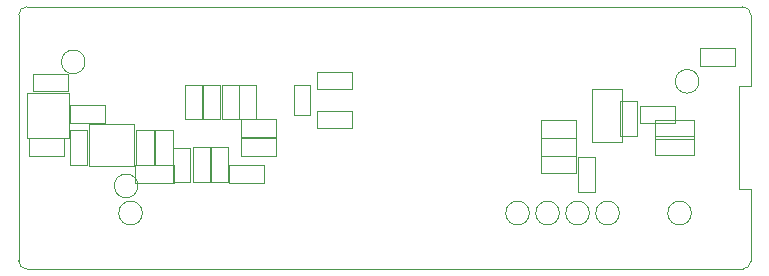
<source format=gbr>
%TF.GenerationSoftware,KiCad,Pcbnew,(5.1.5)-3*%
%TF.CreationDate,2020-07-06T18:35:22-07:00*%
%TF.ProjectId,UPduino_v3.0,55506475-696e-46f5-9f76-332e302e6b69,3.0*%
%TF.SameCoordinates,Original*%
%TF.FileFunction,Other,User*%
%FSLAX46Y46*%
G04 Gerber Fmt 4.6, Leading zero omitted, Abs format (unit mm)*
G04 Created by KiCad (PCBNEW (5.1.5)-3) date 2020-07-06 18:35:22*
%MOMM*%
%LPD*%
G04 APERTURE LIST*
%ADD10C,0.050000*%
G04 APERTURE END LIST*
D10*
X100000000Y-78480000D02*
G75*
G02X100700000Y-77780000I700000J0D01*
G01*
X161300000Y-77780000D02*
G75*
G02X162000000Y-78480000I0J-700000D01*
G01*
X162000000Y-99300000D02*
G75*
G02X161300000Y-100000000I-700000J0D01*
G01*
X100700000Y-100000000D02*
G75*
G02X100000000Y-99300000I0J700000D01*
G01*
X162000000Y-93200000D02*
X161000000Y-93200000D01*
X162000000Y-84500000D02*
X161000000Y-84500000D01*
X161000000Y-93200000D02*
X161000000Y-84500000D01*
X162000000Y-99300000D02*
X162000000Y-93200000D01*
X100000000Y-78480000D02*
X100000000Y-99300000D01*
X161300000Y-77780000D02*
X100700000Y-77780000D01*
X162000000Y-84500000D02*
X162000000Y-78480000D01*
X100700000Y-100000000D02*
X161300000Y-100000000D01*
X124688600Y-86940400D02*
X124688600Y-84440400D01*
X124688600Y-84440400D02*
X123288600Y-84440400D01*
X123288600Y-84440400D02*
X123288600Y-86940400D01*
X123288600Y-86940400D02*
X124688600Y-86940400D01*
X152620000Y-87630000D02*
X155580000Y-87630000D01*
X152620000Y-86170000D02*
X152620000Y-87630000D01*
X155580000Y-86170000D02*
X152620000Y-86170000D01*
X155580000Y-87630000D02*
X155580000Y-86170000D01*
X120796500Y-91218000D02*
X117836500Y-91218000D01*
X120796500Y-92678000D02*
X120796500Y-91218000D01*
X117836500Y-92678000D02*
X120796500Y-92678000D01*
X117836500Y-91218000D02*
X117836500Y-92678000D01*
X144270000Y-88868000D02*
X147230000Y-88868000D01*
X144270000Y-87408000D02*
X144270000Y-88868000D01*
X147230000Y-87408000D02*
X144270000Y-87408000D01*
X147230000Y-88868000D02*
X147230000Y-87408000D01*
X148780000Y-93430000D02*
X148780000Y-90470000D01*
X147320000Y-93430000D02*
X148780000Y-93430000D01*
X147320000Y-90470000D02*
X147320000Y-93430000D01*
X148780000Y-90470000D02*
X147320000Y-90470000D01*
X104320000Y-87598000D02*
X107280000Y-87598000D01*
X104320000Y-86138000D02*
X104320000Y-87598000D01*
X107280000Y-86138000D02*
X104320000Y-86138000D01*
X107280000Y-87598000D02*
X107280000Y-86138000D01*
X128226000Y-83284000D02*
X125266000Y-83284000D01*
X128226000Y-84744000D02*
X128226000Y-83284000D01*
X125266000Y-84744000D02*
X128226000Y-84744000D01*
X125266000Y-83284000D02*
X125266000Y-84744000D01*
X109970000Y-88220000D02*
X109970000Y-91180000D01*
X111430000Y-88220000D02*
X109970000Y-88220000D01*
X111430000Y-91180000D02*
X111430000Y-88220000D01*
X109970000Y-91180000D02*
X111430000Y-91180000D01*
X144270000Y-91880000D02*
X147230000Y-91880000D01*
X144270000Y-90420000D02*
X144270000Y-91880000D01*
X147230000Y-90420000D02*
X144270000Y-90420000D01*
X147230000Y-91880000D02*
X147230000Y-90420000D01*
X160611000Y-81312000D02*
X157651000Y-81312000D01*
X160611000Y-82772000D02*
X160611000Y-81312000D01*
X157651000Y-82772000D02*
X160611000Y-82772000D01*
X157651000Y-81312000D02*
X157651000Y-82772000D01*
X103842000Y-88932000D02*
X100882000Y-88932000D01*
X103842000Y-90392000D02*
X103842000Y-88932000D01*
X100882000Y-90392000D02*
X103842000Y-90392000D01*
X100882000Y-88932000D02*
X100882000Y-90392000D01*
X104370000Y-88220000D02*
X104370000Y-91180000D01*
X105830000Y-88220000D02*
X104370000Y-88220000D01*
X105830000Y-91180000D02*
X105830000Y-88220000D01*
X104370000Y-91180000D02*
X105830000Y-91180000D01*
X101220000Y-84930000D02*
X104180000Y-84930000D01*
X101220000Y-83470000D02*
X101220000Y-84930000D01*
X104180000Y-83470000D02*
X101220000Y-83470000D01*
X104180000Y-84930000D02*
X104180000Y-83470000D01*
X128226000Y-86586000D02*
X125266000Y-86586000D01*
X128226000Y-88046000D02*
X128226000Y-86586000D01*
X125266000Y-88046000D02*
X128226000Y-88046000D01*
X125266000Y-86586000D02*
X125266000Y-88046000D01*
X116262400Y-89665000D02*
X116262400Y-92625000D01*
X117722400Y-89665000D02*
X116262400Y-89665000D01*
X117722400Y-92625000D02*
X117722400Y-89665000D01*
X116262400Y-92625000D02*
X117722400Y-92625000D01*
X118865200Y-88776200D02*
X121825200Y-88776200D01*
X118865200Y-87316200D02*
X118865200Y-88776200D01*
X121825200Y-87316200D02*
X118865200Y-87316200D01*
X121825200Y-88776200D02*
X121825200Y-87316200D01*
X144270000Y-90392000D02*
X147230000Y-90392000D01*
X144270000Y-88932000D02*
X144270000Y-90392000D01*
X147230000Y-88932000D02*
X144270000Y-88932000D01*
X147230000Y-90392000D02*
X147230000Y-88932000D01*
X118636800Y-87332000D02*
X118636800Y-84372000D01*
X117176800Y-87332000D02*
X118636800Y-87332000D01*
X117176800Y-84372000D02*
X117176800Y-87332000D01*
X118636800Y-84372000D02*
X117176800Y-84372000D01*
X120110000Y-87332000D02*
X120110000Y-84372000D01*
X118650000Y-87332000D02*
X120110000Y-87332000D01*
X118650000Y-84372000D02*
X118650000Y-87332000D01*
X120110000Y-84372000D02*
X118650000Y-84372000D01*
X114738400Y-89665000D02*
X114738400Y-92625000D01*
X116198400Y-89665000D02*
X114738400Y-89665000D01*
X116198400Y-92625000D02*
X116198400Y-89665000D01*
X114738400Y-92625000D02*
X116198400Y-92625000D01*
X117062000Y-87332000D02*
X117062000Y-84372000D01*
X115602000Y-87332000D02*
X117062000Y-87332000D01*
X115602000Y-84372000D02*
X115602000Y-87332000D01*
X117062000Y-84372000D02*
X115602000Y-84372000D01*
X157150000Y-87400000D02*
X153850000Y-87400000D01*
X157150000Y-87400000D02*
X157150000Y-89000000D01*
X153850000Y-89000000D02*
X153850000Y-87400000D01*
X153850000Y-89000000D02*
X157150000Y-89000000D01*
X153850000Y-90300000D02*
X157150000Y-90300000D01*
X153850000Y-90300000D02*
X153850000Y-88700000D01*
X157150000Y-88700000D02*
X157150000Y-90300000D01*
X157150000Y-88700000D02*
X153850000Y-88700000D01*
X115538000Y-87332000D02*
X115538000Y-84372000D01*
X114078000Y-87332000D02*
X115538000Y-87332000D01*
X114078000Y-84372000D02*
X114078000Y-87332000D01*
X115538000Y-84372000D02*
X114078000Y-84372000D01*
X121812500Y-90392000D02*
X121812500Y-88932000D01*
X121812500Y-88932000D02*
X118852500Y-88932000D01*
X118852500Y-88932000D02*
X118852500Y-90392000D01*
X118852500Y-90392000D02*
X121812500Y-90392000D01*
X113062000Y-92666000D02*
X114522000Y-92666000D01*
X114522000Y-92666000D02*
X114522000Y-89706000D01*
X114522000Y-89706000D02*
X113062000Y-89706000D01*
X113062000Y-89706000D02*
X113062000Y-92666000D01*
X152380000Y-88730000D02*
X152380000Y-85770000D01*
X150920000Y-88730000D02*
X152380000Y-88730000D01*
X150920000Y-85770000D02*
X150920000Y-88730000D01*
X152380000Y-85770000D02*
X150920000Y-85770000D01*
X151046500Y-89245000D02*
X151046500Y-84745000D01*
X148546500Y-89245000D02*
X151046500Y-89245000D01*
X148546500Y-84745000D02*
X148546500Y-89245000D01*
X151046500Y-84745000D02*
X148546500Y-84745000D01*
X110474000Y-95250000D02*
G75*
G03X110474000Y-95250000I-1000000J0D01*
G01*
X150860000Y-95250000D02*
G75*
G03X150860000Y-95250000I-1000000J0D01*
G01*
X156956000Y-95250000D02*
G75*
G03X156956000Y-95250000I-1000000J0D01*
G01*
X148320000Y-95250000D02*
G75*
G03X148320000Y-95250000I-1000000J0D01*
G01*
X145780000Y-95250000D02*
G75*
G03X145780000Y-95250000I-1000000J0D01*
G01*
X143240000Y-95250000D02*
G75*
G03X143240000Y-95250000I-1000000J0D01*
G01*
X110100000Y-92950000D02*
G75*
G03X110100000Y-92950000I-1000000J0D01*
G01*
X157600000Y-84100000D02*
G75*
G03X157600000Y-84100000I-1000000J0D01*
G01*
X105620000Y-82450000D02*
G75*
G03X105620000Y-82450000I-1000000J0D01*
G01*
X113030000Y-88220000D02*
X111570000Y-88220000D01*
X111570000Y-88220000D02*
X111570000Y-91180000D01*
X111570000Y-91180000D02*
X113030000Y-91180000D01*
X113030000Y-91180000D02*
X113030000Y-88220000D01*
X100700000Y-85100000D02*
X100700000Y-88900000D01*
X100700000Y-88900000D02*
X104300000Y-88900000D01*
X104300000Y-88900000D02*
X104300000Y-85100000D01*
X104300000Y-85100000D02*
X100700000Y-85100000D01*
X106000000Y-87700000D02*
X106000000Y-91300000D01*
X109800000Y-87700000D02*
X106000000Y-87700000D01*
X109800000Y-91300000D02*
X109800000Y-87700000D01*
X106000000Y-91300000D02*
X109800000Y-91300000D01*
X113156000Y-91148000D02*
X109856000Y-91148000D01*
X113156000Y-91148000D02*
X113156000Y-92748000D01*
X109856000Y-92748000D02*
X109856000Y-91148000D01*
X109856000Y-92748000D02*
X113156000Y-92748000D01*
M02*

</source>
